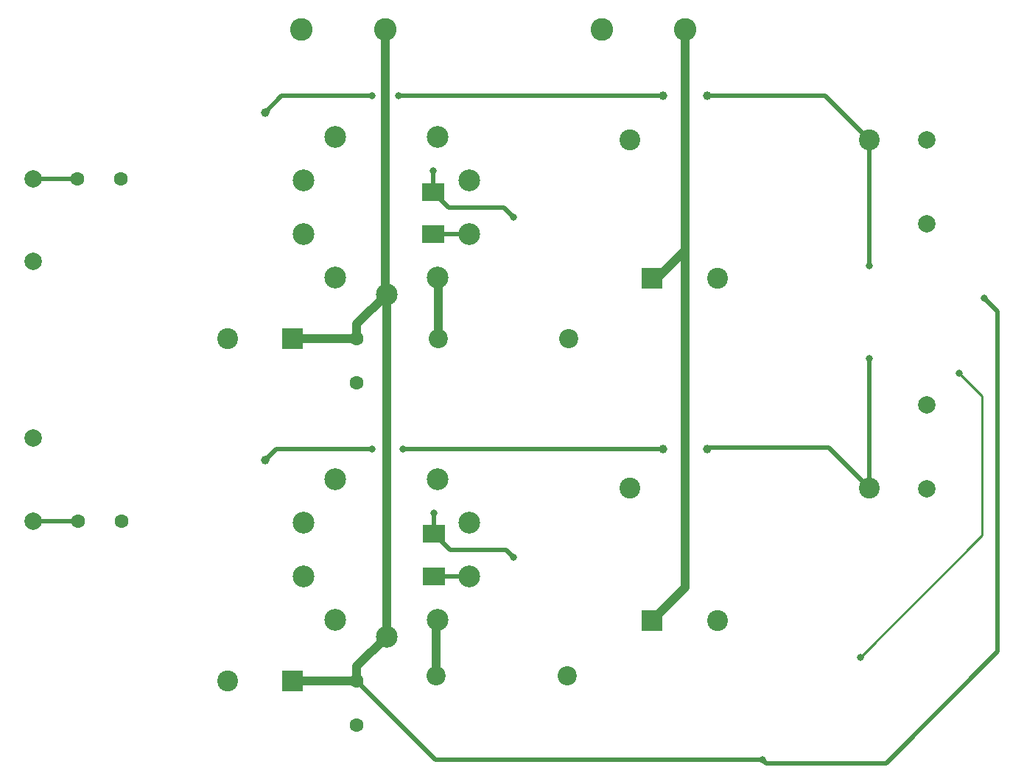
<source format=gbr>
G04 #@! TF.GenerationSoftware,KiCad,Pcbnew,(5.1.9-0-10_14)*
G04 #@! TF.CreationDate,2021-04-04T17:32:44+02:00*
G04 #@! TF.ProjectId,pre-amp-ecc88,7072652d-616d-4702-9d65-636338382e6b,rev?*
G04 #@! TF.SameCoordinates,Original*
G04 #@! TF.FileFunction,Copper,L2,Bot*
G04 #@! TF.FilePolarity,Positive*
%FSLAX46Y46*%
G04 Gerber Fmt 4.6, Leading zero omitted, Abs format (unit mm)*
G04 Created by KiCad (PCBNEW (5.1.9-0-10_14)) date 2021-04-04 17:32:44*
%MOMM*%
%LPD*%
G01*
G04 APERTURE LIST*
G04 #@! TA.AperFunction,ComponentPad*
%ADD10C,2.499360*%
G04 #@! TD*
G04 #@! TA.AperFunction,SMDPad,CuDef*
%ADD11R,2.600000X2.100000*%
G04 #@! TD*
G04 #@! TA.AperFunction,ComponentPad*
%ADD12C,2.400000*%
G04 #@! TD*
G04 #@! TA.AperFunction,ComponentPad*
%ADD13R,2.400000X2.400000*%
G04 #@! TD*
G04 #@! TA.AperFunction,ComponentPad*
%ADD14C,1.600000*%
G04 #@! TD*
G04 #@! TA.AperFunction,ComponentPad*
%ADD15C,2.000000*%
G04 #@! TD*
G04 #@! TA.AperFunction,ComponentPad*
%ADD16C,2.600000*%
G04 #@! TD*
G04 #@! TA.AperFunction,ComponentPad*
%ADD17C,2.200000*%
G04 #@! TD*
G04 #@! TA.AperFunction,ViaPad*
%ADD18C,1.000000*%
G04 #@! TD*
G04 #@! TA.AperFunction,ViaPad*
%ADD19C,0.800000*%
G04 #@! TD*
G04 #@! TA.AperFunction,Conductor*
%ADD20C,0.500000*%
G04 #@! TD*
G04 #@! TA.AperFunction,Conductor*
%ADD21C,1.000000*%
G04 #@! TD*
G04 #@! TA.AperFunction,Conductor*
%ADD22C,0.250000*%
G04 #@! TD*
G04 APERTURE END LIST*
D10*
X78562200Y-88519000D03*
X74930000Y-93522800D03*
X74930000Y-99695000D03*
X78562200Y-104698800D03*
X84439760Y-106608880D03*
X90317320Y-104698800D03*
X93949520Y-99695000D03*
X93949520Y-93522800D03*
X90317320Y-88519000D03*
X78562200Y-127889000D03*
X74930000Y-132892800D03*
X74930000Y-139065000D03*
X78562200Y-144068800D03*
X84439760Y-145978880D03*
X90317320Y-144068800D03*
X93949520Y-139065000D03*
X93949520Y-132892800D03*
X90317320Y-127889000D03*
D11*
X89789000Y-99732000D03*
X89789000Y-94832000D03*
X89916000Y-139065000D03*
X89916000Y-134165000D03*
D12*
X112395000Y-88900000D03*
X139895000Y-88900000D03*
X112395000Y-128905000D03*
X139895000Y-128905000D03*
X66160000Y-111760000D03*
D13*
X73660000Y-111760000D03*
D14*
X81026000Y-116760000D03*
X81026000Y-111760000D03*
D12*
X66160000Y-151130000D03*
D13*
X73660000Y-151130000D03*
D14*
X81026000Y-156130000D03*
X81026000Y-151130000D03*
D15*
X146558000Y-88900000D03*
X146558000Y-98552000D03*
D16*
X74676000Y-76200000D03*
X84328000Y-76200000D03*
D15*
X43815000Y-102870000D03*
X43815000Y-93345000D03*
D12*
X122435000Y-104775000D03*
D13*
X114935000Y-104775000D03*
D17*
X105410000Y-111760000D03*
X90410000Y-111760000D03*
D14*
X48895000Y-93345000D03*
X53895000Y-93345000D03*
D15*
X146558000Y-129032000D03*
X146558000Y-119380000D03*
D16*
X109220000Y-76200000D03*
X118745000Y-76200000D03*
D15*
X43815000Y-123190000D03*
X43815000Y-132715000D03*
D12*
X122435000Y-144145000D03*
D13*
X114935000Y-144145000D03*
D17*
X105170000Y-150495000D03*
X90170000Y-150495000D03*
D14*
X48975000Y-132715000D03*
X53975000Y-132715000D03*
D18*
X121285000Y-124460000D03*
X116205000Y-124460000D03*
X70485000Y-125730000D03*
D19*
X82804000Y-124460000D03*
X86360000Y-124460000D03*
X139954000Y-114046000D03*
X127635000Y-160147000D03*
X153162000Y-107061000D03*
D18*
X121285000Y-83820000D03*
X116205000Y-83820000D03*
X70485000Y-85725000D03*
D19*
X82804000Y-83820000D03*
X85852000Y-83820000D03*
X139954000Y-103378000D03*
X99060000Y-136906000D03*
X89916000Y-131826000D03*
X99060000Y-97790000D03*
X89789000Y-92456000D03*
X138906000Y-148368000D03*
X150241000Y-115697000D03*
D20*
X43815000Y-132715000D02*
X48975000Y-132715000D01*
D21*
X118745000Y-140335000D02*
X114935000Y-144145000D01*
X115570000Y-104775000D02*
X118745000Y-101600000D01*
X118745000Y-101600000D02*
X118745000Y-140335000D01*
X114935000Y-104775000D02*
X115570000Y-104775000D01*
X118745000Y-101600000D02*
X118745000Y-76200000D01*
X90410000Y-104791480D02*
X90317320Y-104698800D01*
X90410000Y-111760000D02*
X90410000Y-104791480D01*
X90170000Y-144216120D02*
X90317320Y-144068800D01*
X90170000Y-150495000D02*
X90170000Y-144216120D01*
D20*
X139895000Y-128905000D02*
X135255000Y-124265000D01*
X121480000Y-124265000D02*
X121285000Y-124460000D01*
X135255000Y-124265000D02*
X121480000Y-124265000D01*
X116205000Y-124460000D02*
X90170000Y-124460000D01*
X71755000Y-124460000D02*
X70485000Y-125730000D01*
X71755000Y-124460000D02*
X82804000Y-124460000D01*
X86360000Y-124460000D02*
X90170000Y-124460000D01*
X139954000Y-128846000D02*
X139895000Y-128905000D01*
X139954000Y-114046000D02*
X139954000Y-128846000D01*
D21*
X84455000Y-106624120D02*
X84439760Y-106608880D01*
X84455000Y-145994120D02*
X84439760Y-145978880D01*
X84328000Y-106497120D02*
X84439760Y-106608880D01*
X84328000Y-76200000D02*
X84328000Y-106497120D01*
X84439760Y-106608880D02*
X84439760Y-145978880D01*
X81026000Y-110022640D02*
X84439760Y-106608880D01*
X81026000Y-111760000D02*
X81026000Y-110022640D01*
X81026000Y-111760000D02*
X73660000Y-111760000D01*
X84439760Y-145978880D02*
X81026000Y-149392640D01*
X81026000Y-149392640D02*
X81026000Y-151130000D01*
X73660000Y-151130000D02*
X81026000Y-151130000D01*
D20*
X90043000Y-160147000D02*
X127635000Y-160147000D01*
X81026000Y-151130000D02*
X90043000Y-160147000D01*
X128034999Y-160546999D02*
X141840001Y-160546999D01*
X127635000Y-160147000D02*
X128034999Y-160546999D01*
X141840001Y-160546999D02*
X154686000Y-147701000D01*
X154686000Y-108585000D02*
X153162000Y-107061000D01*
X154686000Y-147701000D02*
X154686000Y-108585000D01*
X43815000Y-93345000D02*
X48895000Y-93345000D01*
X139895000Y-88900000D02*
X134815000Y-83820000D01*
X134815000Y-83820000D02*
X121285000Y-83820000D01*
X116205000Y-83820000D02*
X90170000Y-83820000D01*
X72390000Y-83820000D02*
X70485000Y-85725000D01*
X72390000Y-83820000D02*
X82804000Y-83820000D01*
X85852000Y-83820000D02*
X90170000Y-83820000D01*
X139954000Y-88959000D02*
X139895000Y-88900000D01*
X139954000Y-103378000D02*
X139954000Y-88959000D01*
X89916000Y-134165000D02*
X91768000Y-136017000D01*
X98171000Y-136017000D02*
X99060000Y-136906000D01*
X91768000Y-136017000D02*
X98171000Y-136017000D01*
X89916000Y-131826000D02*
X89916000Y-134165000D01*
X89789000Y-94832000D02*
X91604000Y-96647000D01*
X97917000Y-96647000D02*
X99060000Y-97790000D01*
X91604000Y-96647000D02*
X97917000Y-96647000D01*
X89789000Y-92456000D02*
X89789000Y-94832000D01*
X89916000Y-139065000D02*
X93949520Y-139065000D01*
X93912520Y-99732000D02*
X93949520Y-99695000D01*
X89789000Y-99732000D02*
X93912520Y-99732000D01*
D22*
X138906000Y-148368000D02*
X152908000Y-134366000D01*
X152908000Y-118364000D02*
X150241000Y-115697000D01*
X152908000Y-134366000D02*
X152908000Y-118364000D01*
M02*

</source>
